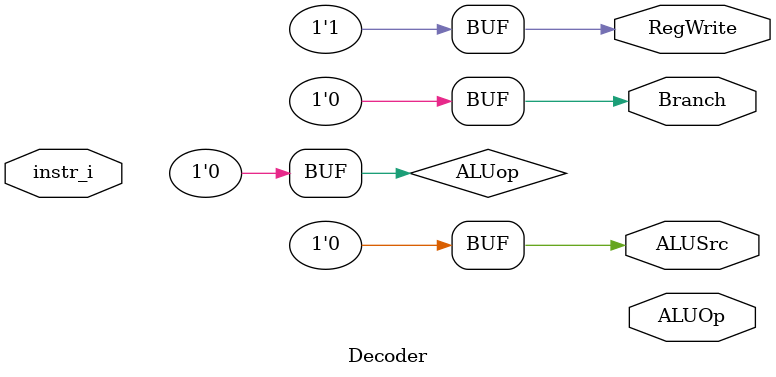
<source format=v>
/***************************************************
Student Name: 李勝維
Student ID: 0711239
***************************************************/

`timescale 1ns/1ps

module Decoder(
	input [32-1:0] 		instr_i,
	output wire			ALUSrc,
	output wire			RegWrite,
	output wire			Branch,
	output wire [2-1:0]	ALUOp
	);
	
//Internal Signals
// wire	[7-1:0]		opcode;
// wire [3-1:0]		funct3;
// wire	[3-1:0]		Instr_field;
// wire	[9-1:0]		Ctrl_o;

assign ALUSrc = 1'b0;
assign RegWrite = 1'b1;
assign Branch = 1'b0;
assign ALUop = 2'b10;

endmodule
</source>
